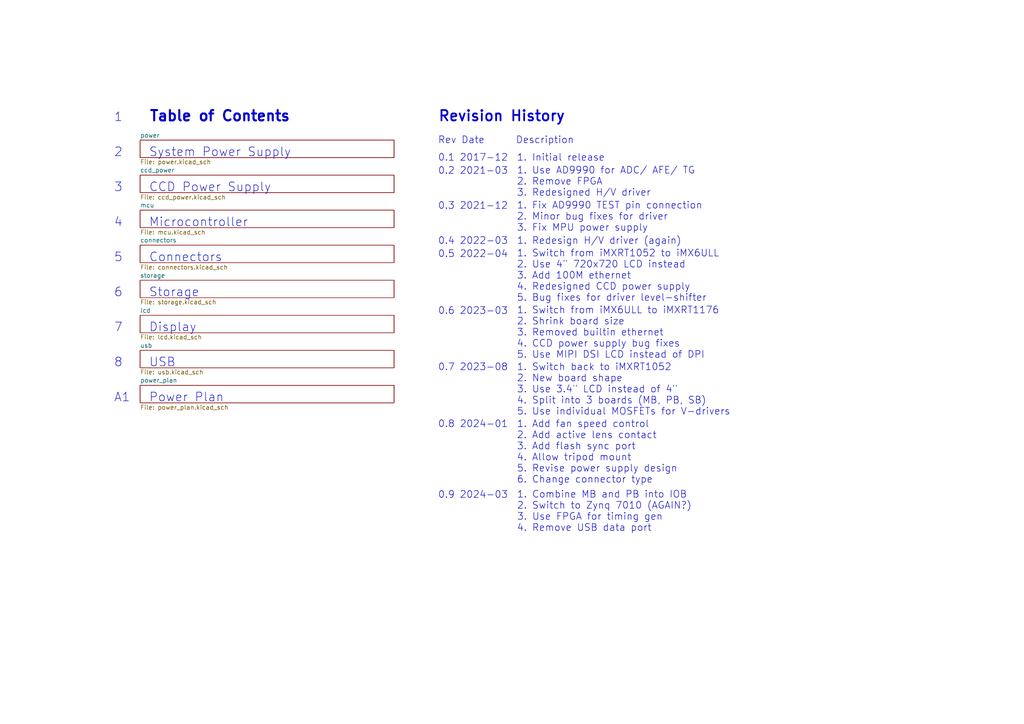
<source format=kicad_sch>
(kicad_sch
	(version 20231120)
	(generator "eeschema")
	(generator_version "8.0")
	(uuid "ba41827b-f176-424d-b6d5-0b0e1ddda097")
	(paper "A4")
	(title_block
		(title "Sitina 1 IO Board")
		(date "2024-03-08")
		(rev "R0.9")
		(company "Copyright 2024 Wenting Zhang, Anhang Li")
		(comment 2 "MERCHANTABILITY, SATISFACTORY QUALITY AND FITNESS FOR A PARTICULAR PURPOSE.")
		(comment 3 "This source is distributed WITHOUT ANY EXPRESS OR IMPLIED WARRANTY, INCLUDING OF")
		(comment 4 "This source describes Open Hardware and is licensed under the CERN-OHL-P v2.")
	)
	(lib_symbols)
	(text "5"
		(exclude_from_sim no)
		(at 33.02 76.2 0)
		(effects
			(font
				(size 2.54 2.54)
			)
			(justify left bottom)
		)
		(uuid "01310b87-63fd-4f89-87c6-a2e2a1b33cca")
	)
	(text "CCD Power Supply"
		(exclude_from_sim no)
		(at 43.18 55.88 0)
		(effects
			(font
				(size 2.54 2.54)
			)
			(justify left bottom)
		)
		(uuid "0804db26-524f-47c0-b3d2-ec91583aa3c3")
	)
	(text "Power Plan"
		(exclude_from_sim no)
		(at 43.18 116.84 0)
		(effects
			(font
				(size 2.54 2.54)
			)
			(justify left bottom)
		)
		(uuid "19fdd026-4a2d-4a04-8b1c-dee02d16b1d5")
	)
	(text "A1"
		(exclude_from_sim no)
		(at 33.02 116.84 0)
		(effects
			(font
				(size 2.54 2.54)
			)
			(justify left bottom)
		)
		(uuid "1ac9fdaf-8b29-4ea6-a283-3053981e2a28")
	)
	(text "0.8 2024-01"
		(exclude_from_sim no)
		(at 127 121.92 0)
		(effects
			(font
				(size 2 2)
			)
			(justify left top)
		)
		(uuid "1d14d575-2490-4217-8b41-aafa85e110fb")
	)
	(text "7"
		(exclude_from_sim no)
		(at 33.02 96.52 0)
		(effects
			(font
				(size 2.54 2.54)
			)
			(justify left bottom)
		)
		(uuid "1f13b7bb-c561-4590-b2d7-6456e47f3509")
	)
	(text "System Power Supply"
		(exclude_from_sim no)
		(at 43.18 45.72 0)
		(effects
			(font
				(size 2.54 2.54)
			)
			(justify left bottom)
		)
		(uuid "1f40dc14-a320-4374-bb27-46d3f5c897ef")
	)
	(text "1. Use AD9990 for ADC/ AFE/ TG\n2. Remove FPGA\n3. Redesigned H/V driver"
		(exclude_from_sim no)
		(at 149.86 57.15 0)
		(effects
			(font
				(size 2 2)
			)
			(justify left bottom)
		)
		(uuid "25a1e88a-5155-4fa2-9fa5-7bb51198ac4e")
	)
	(text "Table of Contents"
		(exclude_from_sim no)
		(at 43.18 35.56 0)
		(effects
			(font
				(size 2.9972 2.9972)
				(thickness 0.5994)
				(bold yes)
			)
			(justify left bottom)
		)
		(uuid "381457cc-8e00-49b0-bed6-8c7335498798")
	)
	(text "USB"
		(exclude_from_sim no)
		(at 43.18 106.68 0)
		(effects
			(font
				(size 2.54 2.54)
			)
			(justify left bottom)
		)
		(uuid "3fe83452-8f35-4e46-8007-249a8eed789b")
	)
	(text "1. Add fan speed control\n2. Add active lens contact\n3. Add flash sync port\n4. Allow tripod mount\n5. Revise power supply design\n6. Change connector type"
		(exclude_from_sim no)
		(at 149.86 121.92 0)
		(effects
			(font
				(size 2 2)
			)
			(justify left top)
		)
		(uuid "43da1f96-74a6-449f-86f0-8c0ecdb41bd1")
	)
	(text "1. Switch from iMX6ULL to iMXRT1176\n2. Shrink board size\n3. Removed builtin ethernet\n4. CCD power supply bug fixes\n5. Use MIPI DSI LCD instead of DPI"
		(exclude_from_sim no)
		(at 149.86 104.14 0)
		(effects
			(font
				(size 2 2)
			)
			(justify left bottom)
		)
		(uuid "49c72e7e-6eb6-44d3-b557-73616adf5625")
	)
	(text "0.4 2022-03"
		(exclude_from_sim no)
		(at 127 71.12 0)
		(effects
			(font
				(size 2 2)
			)
			(justify left bottom)
		)
		(uuid "505768e5-4faf-4c3a-ad60-084f21426a87")
	)
	(text "1. Switch back to iMXRT1052\n2. New board shape\n3. Use 3.4\" LCD instead of 4\"\n4. Split into 3 boards (MB, PB, SB)\n5. Use individual MOSFETs for V-drivers"
		(exclude_from_sim no)
		(at 149.86 105.41 0)
		(effects
			(font
				(size 2 2)
			)
			(justify left top)
		)
		(uuid "508f1f71-34ed-421f-b539-2f5e65eadedb")
	)
	(text "Microcontroller"
		(exclude_from_sim no)
		(at 43.18 66.04 0)
		(effects
			(font
				(size 2.54 2.54)
			)
			(justify left bottom)
		)
		(uuid "56924ae8-f64b-4768-a6b4-af0a7c1d3f33")
	)
	(text "1"
		(exclude_from_sim no)
		(at 33.02 35.56 0)
		(effects
			(font
				(size 2.54 2.54)
			)
			(justify left bottom)
		)
		(uuid "69967e43-1c12-4c14-9657-453ca7ddd2d1")
	)
	(text "1. Combine MB and PB into IOB\n2. Switch to Zynq 7010 (AGAIN?)\n3. Use FPGA for timing gen\n4. Remove USB data port"
		(exclude_from_sim no)
		(at 149.8914 154.3598 0)
		(effects
			(font
				(size 2 2)
			)
			(justify left bottom)
		)
		(uuid "71d97363-b9e6-448c-88d1-a14eafd1978d")
	)
	(text "Rev Date      Description "
		(exclude_from_sim no)
		(at 127 41.91 0)
		(effects
			(font
				(size 2 2)
			)
			(justify left bottom)
		)
		(uuid "77fd0bea-14ec-49a3-b22b-a475cbb74a31")
	)
	(text "0.7 2023-08"
		(exclude_from_sim no)
		(at 127 105.41 0)
		(effects
			(font
				(size 2 2)
			)
			(justify left top)
		)
		(uuid "844c6b63-e9d6-48fe-879c-a0eaac14627e")
	)
	(text "6"
		(exclude_from_sim no)
		(at 33.02 86.36 0)
		(effects
			(font
				(size 2.54 2.54)
			)
			(justify left bottom)
		)
		(uuid "8510375c-0e11-4bd6-a302-0354edb6fdeb")
	)
	(text "0.2 2021-03"
		(exclude_from_sim no)
		(at 127 50.8 0)
		(effects
			(font
				(size 2 2)
			)
			(justify left bottom)
		)
		(uuid "98f671a2-e5a6-4f41-91bc-4c3984ff9d50")
	)
	(text "Display"
		(exclude_from_sim no)
		(at 43.18 96.52 0)
		(effects
			(font
				(size 2.54 2.54)
			)
			(justify left bottom)
		)
		(uuid "9a1c8ec0-d8e8-48f7-9b9a-73d36cfb311f")
	)
	(text "0.6 2023-03"
		(exclude_from_sim no)
		(at 127 91.44 0)
		(effects
			(font
				(size 2 2)
			)
			(justify left bottom)
		)
		(uuid "9ca56caf-cb53-4240-b60e-972458dbbc8f")
	)
	(text "3"
		(exclude_from_sim no)
		(at 33.02 55.88 0)
		(effects
			(font
				(size 2.54 2.54)
			)
			(justify left bottom)
		)
		(uuid "a2f32006-294e-4058-81f4-301d71167a06")
	)
	(text "Storage"
		(exclude_from_sim no)
		(at 43.18 86.36 0)
		(effects
			(font
				(size 2.54 2.54)
			)
			(justify left bottom)
		)
		(uuid "a3cd50d7-b18b-44e0-b0cf-aefcb89c6445")
	)
	(text "2"
		(exclude_from_sim no)
		(at 33.02 45.72 0)
		(effects
			(font
				(size 2.54 2.54)
			)
			(justify left bottom)
		)
		(uuid "ae9d795a-cb82-40f8-9c6a-32629c17c33b")
	)
	(text "1. Fix AD9990 TEST pin connection\n2. Minor bug fixes for driver\n3. Fix MPU power supply"
		(exclude_from_sim no)
		(at 149.86 67.31 0)
		(effects
			(font
				(size 2 2)
			)
			(justify left bottom)
		)
		(uuid "b0abae04-ff24-40c6-981d-694e7627d4fa")
	)
	(text "0.5 2022-04"
		(exclude_from_sim no)
		(at 127 74.93 0)
		(effects
			(font
				(size 2 2)
			)
			(justify left bottom)
		)
		(uuid "bdc0dd10-84f5-438d-8d2b-c100a965af49")
	)
	(text "8"
		(exclude_from_sim no)
		(at 33.02 106.68 0)
		(effects
			(font
				(size 2.54 2.54)
			)
			(justify left bottom)
		)
		(uuid "c527fb06-e48a-4daa-a001-77304521682e")
	)
	(text "1. Redesign H/V driver (again)"
		(exclude_from_sim no)
		(at 149.86 71.12 0)
		(effects
			(font
				(size 2 2)
			)
			(justify left bottom)
		)
		(uuid "d18af7c1-3bb0-4251-b51d-46399d12b5e5")
	)
	(text "Revision History"
		(exclude_from_sim no)
		(at 127 35.56 0)
		(effects
			(font
				(size 2.9972 2.9972)
				(thickness 0.508)
				(bold yes)
			)
			(justify left bottom)
		)
		(uuid "d7e9a161-19c2-47a2-90ea-16aaa3a46b62")
	)
	(text "4"
		(exclude_from_sim no)
		(at 33.02 66.04 0)
		(effects
			(font
				(size 2.54 2.54)
			)
			(justify left bottom)
		)
		(uuid "db502d30-44f7-4a74-b829-9b6137b20bee")
	)
	(text "0.9 2024-03"
		(exclude_from_sim no)
		(at 127 144.78 0)
		(effects
			(font
				(size 2 2)
			)
			(justify left bottom)
		)
		(uuid "ddaaa947-fb24-40c0-b5e5-d2e37bd7ab69")
	)
	(text "1. Switch from iMXRT1052 to iMX6ULL\n2. Use 4\" 720x720 LCD instead\n3. Add 100M ethernet\n4. Redesigned CCD power supply\n5. Bug fixes for driver level-shifter"
		(exclude_from_sim no)
		(at 149.86 87.63 0)
		(effects
			(font
				(size 2 2)
			)
			(justify left bottom)
		)
		(uuid "e82a3702-3cb8-4849-ad3d-cbd8d5aef326")
	)
	(text "0.1 2017-12"
		(exclude_from_sim no)
		(at 127 46.99 0)
		(effects
			(font
				(size 2 2)
			)
			(justify left bottom)
		)
		(uuid "f1e31366-0aac-4db6-a867-7ca56031f2e0")
	)
	(text "1. Initial release"
		(exclude_from_sim no)
		(at 149.86 46.99 0)
		(effects
			(font
				(size 2 2)
			)
			(justify left bottom)
		)
		(uuid "f3851be8-a7b2-4b01-ae8e-7a9c7a1e6f91")
	)
	(text "Connectors"
		(exclude_from_sim no)
		(at 43.18 76.2 0)
		(effects
			(font
				(size 2.54 2.54)
			)
			(justify left bottom)
		)
		(uuid "f68f85ce-7e21-4644-97b5-745cbdcc5c1c")
	)
	(text "0.3 2021-12"
		(exclude_from_sim no)
		(at 127 60.96 0)
		(effects
			(font
				(size 2 2)
			)
			(justify left bottom)
		)
		(uuid "fba5446f-0d2c-4c28-ae6d-1ca8b16dbe96")
	)
	(sheet
		(at 40.64 101.6)
		(size 73.66 5.08)
		(stroke
			(width 0)
			(type solid)
		)
		(fill
			(color 0 0 0 0.0000)
		)
		(uuid "00000000-0000-0000-0000-00005d1a413b")
		(property "Sheetname" "usb"
			(at 40.64 100.9645 0)
			(effects
				(font
					(size 1.27 1.27)
				)
				(justify left bottom)
			)
		)
		(property "Sheetfile" "usb.kicad_sch"
			(at 40.64 107.1885 0)
			(effects
				(font
					(size 1.27 1.27)
				)
				(justify left top)
			)
		)
		(instances
			(project "pcb"
				(path "/ba41827b-f176-424d-b6d5-0b0e1ddda097"
					(page "8")
				)
			)
		)
	)
	(sheet
		(at 40.64 40.64)
		(size 73.66 5.08)
		(stroke
			(width 0)
			(type solid)
		)
		(fill
			(color 0 0 0 0.0000)
		)
		(uuid "00000000-0000-0000-0000-00005d4c99f9")
		(property "Sheetname" "power"
			(at 40.64 40.0045 0)
			(effects
				(font
					(size 1.27 1.27)
				)
				(justify left bottom)
			)
		)
		(property "Sheetfile" "power.kicad_sch"
			(at 40.64 46.2285 0)
			(effects
				(font
					(size 1.27 1.27)
				)
				(justify left top)
			)
		)
		(instances
			(project "pcb"
				(path "/ba41827b-f176-424d-b6d5-0b0e1ddda097"
					(page "2")
				)
			)
		)
	)
	(sheet
		(at 40.64 81.28)
		(size 73.66 5.08)
		(stroke
			(width 0)
			(type solid)
		)
		(fill
			(color 0 0 0 0.0000)
		)
		(uuid "00000000-0000-0000-0000-00005db2122b")
		(property "Sheetname" "storage"
			(at 40.64 80.6445 0)
			(effects
				(font
					(size 1.27 1.27)
				)
				(justify left bottom)
			)
		)
		(property "Sheetfile" "storage.kicad_sch"
			(at 40.64 86.8685 0)
			(effects
				(font
					(size 1.27 1.27)
				)
				(justify left top)
			)
		)
		(instances
			(project "pcb"
				(path "/ba41827b-f176-424d-b6d5-0b0e1ddda097"
					(page "6")
				)
			)
		)
	)
	(sheet
		(at 40.64 91.44)
		(size 73.66 5.08)
		(stroke
			(width 0)
			(type solid)
		)
		(fill
			(color 0 0 0 0.0000)
		)
		(uuid "00000000-0000-0000-0000-00005db51f59")
		(property "Sheetname" "lcd"
			(at 40.64 90.8045 0)
			(effects
				(font
					(size 1.27 1.27)
				)
				(justify left bottom)
			)
		)
		(property "Sheetfile" "lcd.kicad_sch"
			(at 40.64 97.0285 0)
			(effects
				(font
					(size 1.27 1.27)
				)
				(justify left top)
			)
		)
		(instances
			(project "pcb"
				(path "/ba41827b-f176-424d-b6d5-0b0e1ddda097"
					(page "7")
				)
			)
		)
	)
	(sheet
		(at 40.64 71.12)
		(size 73.66 5.08)
		(fields_autoplaced yes)
		(stroke
			(width 0.1524)
			(type solid)
		)
		(fill
			(color 0 0 0 0.0000)
		)
		(uuid "276f6775-fa51-456c-9efd-4a3857d51911")
		(property "Sheetname" "connectors"
			(at 40.64 70.4084 0)
			(effects
				(font
					(size 1.27 1.27)
				)
				(justify left bottom)
			)
		)
		(property "Sheetfile" "connectors.kicad_sch"
			(at 40.64 76.7846 0)
			(effects
				(font
					(size 1.27 1.27)
				)
				(justify left top)
			)
		)
		(instances
			(project "pcb"
				(path "/ba41827b-f176-424d-b6d5-0b0e1ddda097"
					(page "5")
				)
			)
		)
	)
	(sheet
		(at 40.64 111.76)
		(size 73.66 5.08)
		(fields_autoplaced yes)
		(stroke
			(width 0.1524)
			(type solid)
		)
		(fill
			(color 0 0 0 0.0000)
		)
		(uuid "29701ff7-982b-4d2f-bdf1-0ba214ff9cfa")
		(property "Sheetname" "power_plan"
			(at 40.64 111.0484 0)
			(effects
				(font
					(size 1.27 1.27)
				)
				(justify left bottom)
			)
		)
		(property "Sheetfile" "power_plan.kicad_sch"
			(at 40.64 117.4246 0)
			(effects
				(font
					(size 1.27 1.27)
				)
				(justify left top)
			)
		)
		(instances
			(project "pcb"
				(path "/ba41827b-f176-424d-b6d5-0b0e1ddda097"
					(page "9")
				)
			)
		)
	)
	(sheet
		(at 40.64 50.8)
		(size 73.66 5.08)
		(fields_autoplaced yes)
		(stroke
			(width 0.1524)
			(type solid)
		)
		(fill
			(color 0 0 0 0.0000)
		)
		(uuid "6fdeef19-357a-4649-9a2f-ba61e11fd25a")
		(property "Sheetname" "ccd_power"
			(at 40.64 50.0884 0)
			(effects
				(font
					(size 1.27 1.27)
				)
				(justify left bottom)
			)
		)
		(property "Sheetfile" "ccd_power.kicad_sch"
			(at 40.64 56.4646 0)
			(effects
				(font
					(size 1.27 1.27)
				)
				(justify left top)
			)
		)
		(instances
			(project "pcb"
				(path "/ba41827b-f176-424d-b6d5-0b0e1ddda097"
					(page "3")
				)
			)
		)
	)
	(sheet
		(at 40.64 60.96)
		(size 73.66 5.08)
		(fields_autoplaced yes)
		(stroke
			(width 0.1524)
			(type solid)
		)
		(fill
			(color 0 0 0 0.0000)
		)
		(uuid "b61872a6-746d-4ff9-af68-9ad658cb2408")
		(property "Sheetname" "mcu"
			(at 40.64 60.2484 0)
			(effects
				(font
					(size 1.27 1.27)
				)
				(justify left bottom)
			)
		)
		(property "Sheetfile" "mcu.kicad_sch"
			(at 40.64 66.6246 0)
			(effects
				(font
					(size 1.27 1.27)
				)
				(justify left top)
			)
		)
		(instances
			(project "pcb"
				(path "/ba41827b-f176-424d-b6d5-0b0e1ddda097"
					(page "4")
				)
			)
		)
	)
	(sheet_instances
		(path "/"
			(page "1")
		)
	)
)
</source>
